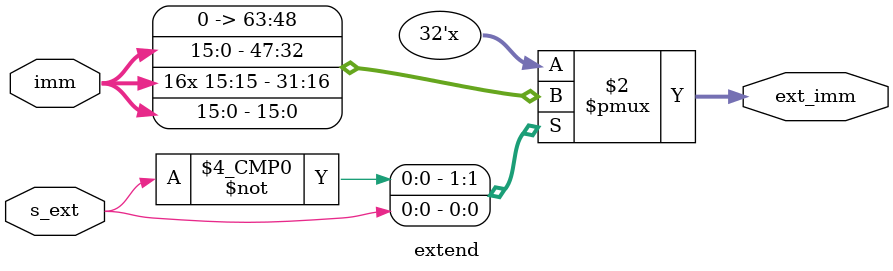
<source format=v>
module extend(s_ext,imm,ext_imm);
input [15:0]imm;//16位立即数，来自于指令
input s_ext;//选择控制信号,来自于ctrl模块
output reg [31:0] ext_imm;//32位扩展后的数据
always@(*)
begin
	case(s_ext)
	0:
	ext_imm = {{16{1'b0}}, imm[15:0]};
	1:
	ext_imm = {{16{imm[15]}}, imm[15:0]};
	endcase
end
endmodule




</source>
